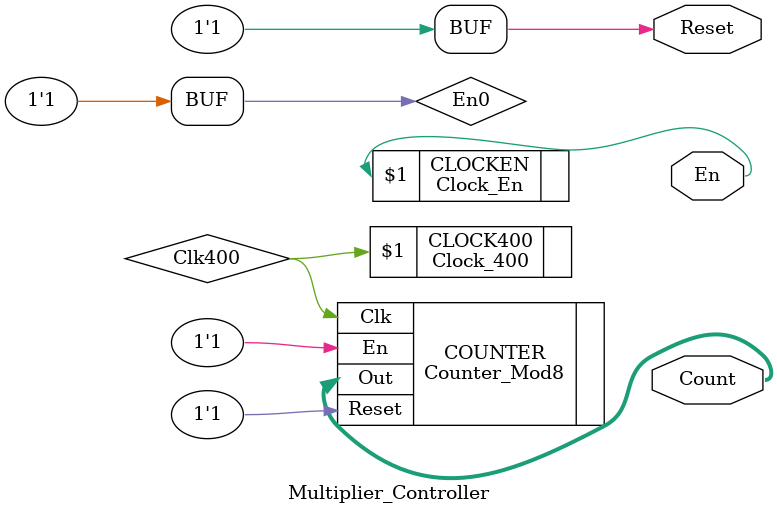
<source format=v>
`timescale 1ns/1ns

module Multiplier_Controller(En, Reset, Count);

output En;
output reg Reset;
output [2:0] Count;

reg En0;

Clock_En CLOCKEN(En);
Clock_400 CLOCK400(Clk400);
Counter_Mod8 COUNTER(.Clk(Clk400), .En(En0), .Reset(Reset), .Out(Count));

initial begin
	Reset = 1'b0; En0 = 1'b0;
	#100;
	Reset = 1'b1; En0 = 1'b1;
end

endmodule


</source>
